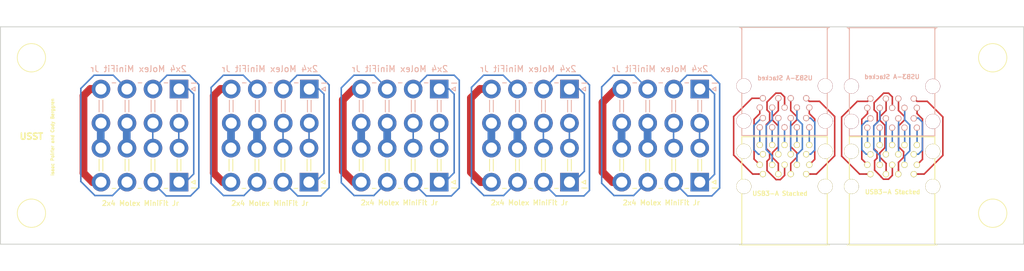
<source format=kicad_pcb>
(kicad_pcb (version 20221018) (generator pcbnew)
  (layers (0 "F.Cu" signal) (31 "B.Cu" signal) (34 "B.Paste" user) (35 "F.Paste" user) (36 "B.SilkS" user "B.Silkscreen") (37 "F.SilkS" user "F.Silkscreen") (38 "B.Mask" user) (39 "F.Mask" user) (44 "Edge.Cuts" user))
  (net 0 "")
  (net 1 "Net-(P1-Pad1)")
  (net 2 "Net-(P1-Pad2)")
  (net 3 "Net-(P1-Pad3)")
  (net 4 "Net-(P1-Pad4)")
  (net 5 "Net-(P1-Pad5)")
  (net 6 "Net-(P1-Pad6)")
  (net 7 "Net-(P1-Pad7)")
  (net 8 "Net-(P1-Pad8)")
  (net 9 "Net-(P3-Pad1)")
  (net 10 "Net-(P3-Pad2)")
  (net 11 "Net-(P3-Pad3)")
  (net 12 "Net-(P3-Pad4)")
  (net 13 "Net-(P3-Pad5)")
  (net 14 "Net-(P3-Pad6)")
  (net 15 "Net-(P3-Pad7)")
  (net 16 "Net-(P3-Pad8)")
  (net 17 "Net-(P10-Pad1)")
  (net 18 "Net-(P10-Pad2)")
  (net 19 "Net-(P10-Pad3)")
  (net 20 "Net-(P10-Pad4)")
  (net 21 "Net-(P10-Pad5)")
  (net 22 "Net-(P10-Pad6)")
  (net 23 "Net-(P10-Pad7)")
  (net 24 "Net-(P10-Pad8)")
  (net 25 "Net-(J1-Pad4)")
  (net 26 "Net-(J1-Pad1)")
  (net 27 "Net-(J1-Pad2)")
  (net 28 "Net-(J1-Pad3)")
  (net 29 "Net-(J1-Pad5)")
  (net 30 "Net-(J1-Pad6)")
  (net 31 "Net-(J1-Pad7)")
  (net 32 "Net-(J1-Pad8)")
  (net 33 "Net-(J1-Pad9)")
  (net 34 "Net-(J1-Pad10)")
  (net 35 "Net-(J1-Pad11)")
  (net 36 "Net-(J1-Pad12)")
  (net 37 "Net-(J1-Pad13)")
  (net 38 "Net-(J1-Pad14)")
  (net 39 "Net-(J1-Pad15)")
  (net 40 "Net-(J1-Pad16)")
  (net 41 "Net-(J1-Pad17)")
  (net 42 "Net-(J1-Pad18)")
  (net 43 "Net-(J3-Pad4)")
  (net 44 "Net-(J3-Pad1)")
  (net 45 "Net-(J3-Pad2)")
  (net 46 "Net-(J3-Pad3)")
  (net 47 "Net-(J3-Pad5)")
  (net 48 "Net-(J3-Pad6)")
  (net 49 "Net-(J3-Pad7)")
  (net 50 "Net-(J3-Pad8)")
  (net 51 "Net-(J3-Pad9)")
  (net 52 "Net-(J3-Pad10)")
  (net 53 "Net-(J3-Pad11)")
  (net 54 "Net-(J3-Pad12)")
  (net 55 "Net-(J3-Pad13)")
  (net 56 "Net-(J3-Pad14)")
  (net 57 "Net-(J3-Pad15)")
  (net 58 "Net-(J3-Pad16)")
  (net 59 "Net-(J3-Pad17)")
  (net 60 "Net-(J3-Pad18)")
  (net 61 "Net-(P5-Pad1)")
  (net 62 "Net-(P5-Pad2)")
  (net 63 "Net-(P5-Pad3)")
  (net 64 "Net-(P5-Pad4)")
  (net 65 "Net-(P5-Pad5)")
  (net 66 "Net-(P5-Pad6)")
  (net 67 "Net-(P5-Pad7)")
  (net 68 "Net-(P5-Pad8)")
  (net 69 "Net-(P7-Pad1)")
  (net 70 "Net-(P7-Pad2)")
  (net 71 "Net-(P7-Pad3)")
  (net 72 "Net-(P7-Pad4)")
  (net 73 "Net-(P7-Pad5)")
  (net 74 "Net-(P7-Pad6)")
  (net 75 "Net-(P7-Pad7)")
  (net 76 "Net-(P7-Pad8)")
  (footprint "Connect:1pin" (layer "F.Cu") (at 225.2 115.3)
    (fp_text reference "REF**" hide)
    (fp_text value "1pin")
  )
  (footprint "Connect:1pin" (layer "F.Cu") (at 225.2 90.2)
    (fp_text reference "REF**" hide)
    (fp_text value "1pin" hide)
  )
  (footprint "Connect:1pin" (layer "F.Cu") (at 70 115.3)
    (fp_text reference "REF**" hide)
    (fp_text value "1pin")
  )
  (footprint "Connect:1pin" (layer "F.Cu") (at 70 90.2)
    (fp_text reference "REF**" hide)
    (fp_text value "1pin")
  )
  (footprint "USST-footprints:USB-A_3.0_Stacked_WM10420-ND" (layer "F.Cu") (at 208.3872 106.4853 90)
    (fp_text reference "USB3-A Stacked")
    (fp_text value "Conn_02x09_Odd_Even")
  )
  (footprint "USST-footprints:USB-A_3.0_Stacked_WM10420-ND" (layer "F.Cu") (at 191.0207 106.4768 90)
    (fp_text reference "USB3-A Stacked")
    (fp_text value "Conn_02x09_Odd_Even")
  )
  (footprint "USST-footprints:Molex_MiniFit-JR-5569-08A2_2x04x4.20mm_Angled_Overhang" (layer "F.Cu") (at 93.8276 110.2868 180)
    (fp_text reference "2x4 Molex MiniFit Jr")
    (fp_text value "CONN_02X04")
  )
  (footprint "USST-footprints:Molex_MiniFit-JR-5569-08A2_2x04x4.20mm_Angled_Overhang" (layer "F.Cu") (at 114.808 110.2868 180)
    (fp_text reference "2x4 Molex MiniFit Jr")
    (fp_text value "CONN_02X04")
  )
  (footprint "USST-footprints:Molex_MiniFit-JR-5569-08A2_2x04x4.20mm_Angled_Overhang" (layer "F.Cu") (at 135.8392 110.2868 180)
    (fp_text reference "2x4 Molex MiniFit Jr")
    (fp_text value "CONN_02X04")
  )
  (footprint "USST-footprints:Molex_MiniFit-JR-5569-08A2_2x04x4.20mm_Angled_Overhang" (layer "F.Cu") (at 156.8704 110.2868 180)
    (fp_text reference "2x4 Molex MiniFit Jr")
    (fp_text value "CONN_02X04")
  )
  (footprint "USST-footprints:Molex_MiniFit-JR-5569-08A2_2x04x4.20mm_Angled_Overhang" (layer "F.Cu") (at 177.9016 110.2868 180)
    (fp_text reference "2x4 Molex MiniFit Jr")
    (fp_text value "CONN_02X04")
  )
  (footprint "USST-footprints:USB-A_3.0_Stacked_WM10420-ND" (layer "B.Cu") (at 208.3872 99.2928 -90)
    (fp_text reference "USB3-A Stacked")
    (fp_text value "Conn_02x09_Odd_Even")
  )
  (footprint "USST-footprints:USB-A_3.0_Stacked_WM10420-ND" (layer "B.Cu") (at 191.0207 99.2378 -90)
    (fp_text reference "USB3-A Stacked")
    (fp_text value "Conn_02x09_Odd_Even")
  )
  (footprint "USST-footprints:Molex_MiniFit-JR-5569-08A2_2x04x4.20mm_Angled_Overhang" (layer "B.Cu") (at 93.8276 95.25 180)
    (fp_text reference "2x4 Molex MiniFit Jr")
    (fp_text value "CONN_02X04")
  )
  (footprint "USST-footprints:Molex_MiniFit-JR-5569-08A2_2x04x4.20mm_Angled_Overhang" (layer "B.Cu") (at 114.8588 95.25 180)
    (fp_text reference "2x4 Molex MiniFit Jr")
    (fp_text value "CONN_02X04")
  )
  (footprint "USST-footprints:Molex_MiniFit-JR-5569-08A2_2x04x4.20mm_Angled_Overhang" (layer "B.Cu") (at 135.8392 95.25 180)
    (fp_text reference "2x4 Molex MiniFit Jr")
    (fp_text value "CONN_02X04")
  )
  (footprint "USST-footprints:Molex_MiniFit-JR-5569-08A2_2x04x4.20mm_Angled_Overhang" (layer "B.Cu") (at 156.8704 95.25 180)
    (fp_text reference "2x4 Molex MiniFit Jr")
    (fp_text value "CONN_02X04")
  )
  (footprint "USST-footprints:Molex_MiniFit-JR-5569-08A2_2x04x4.20mm_Angled_Overhang" (layer "B.Cu") (at 177.9016 95.25 180)
    (fp_text reference "2x4 Molex MiniFit Jr")
    (fp_text value "CONN_02X04")
  )
  (gr_line (start 65 120.3) (end 230.2 120.3) (stroke (width 0.15)) (layer "Edge.Cuts"))
  (gr_line (start 230.2 85.2) (end 65 85.2) (stroke (width 0.15)) (layer "Edge.Cuts"))
  (gr_line (start 230.2 120.3) (end 230.2 85.2) (stroke (width 0.15)) (layer "Edge.Cuts"))
  (gr_line (start 65 85.2) (end 65 120.3) (stroke (width 0.15)) (layer "Edge.Cuts"))
  (gr_text "Isaac Poirier and Cody Berggren" (at 73.4 103 90) (layer "F.SilkS") (effects (font (size 0.5 0.5) (thickness 0.125))))
  (gr_text "USST" (at 70 102.9) (layer "F.SilkS") (effects (font (size 1 1) (thickness 0.25))))
  (segment (start 96.2025 96.0628) (end 95.377 95.2373) (width 0.25) (layer "B.Cu") (net 1))
  (segment (start 96.2025 108.954849) (end 96.2025 96.0628) (width 0.25) (layer "B.Cu") (net 1))
  (segment (start 94.870549 110.2868) (end 96.2025 108.954849) (width 0.25) (layer "B.Cu") (net 1))
  (segment (start 95.377 95.2373) (end 93.7895 95.2373) (width 0.25) (layer "B.Cu") (net 1))
  (segment (start 93.7895 110.2868) (end 94.870549 110.2868) (width 0.25) (layer "B.Cu") (net 1))
  (segment (start 89.5895 110.2868) (end 89.5895 110.352953) (width 0.25) (layer "B.Cu") (net 2))
  (segment (start 97.028 94.530115) (end 95.512685 93.0148) (width 0.25) (layer "B.Cu") (net 2))
  (segment (start 95.512685 93.0148) (end 91.900058 93.0148) (width 0.25) (layer "B.Cu") (net 2))
  (segment (start 89.5895 110.352953) (end 91.745847 112.5093) (width 0.25) (layer "B.Cu") (net 2))
  (segment (start 95.683938 112.5093) (end 97.028 111.165238) (width 0.25) (layer "B.Cu") (net 2))
  (segment (start 97.028 111.165238) (end 97.028 94.530115) (width 0.25) (layer "B.Cu") (net 2))
  (segment (start 89.677558 95.2373) (end 89.5895 95.2373) (width 0.25) (layer "B.Cu") (net 2))
  (segment (start 91.900058 93.0148) (end 89.677558 95.2373) (width 0.25) (layer "B.Cu") (net 2))
  (segment (start 91.745847 112.5093) (end 95.683938 112.5093) (width 0.25) (layer "B.Cu") (net 2))
  (segment (start 80.118106 93.0148) (end 83.200795 93.0148) (width 0.25) (layer "B.Cu") (net 3))
  (segment (start 85.3895 110.2868) (end 85.241089 110.2868) (width 0.25) (layer "B.Cu") (net 3))
  (segment (start 77.978 95.154906) (end 80.118106 93.0148) (width 0.25) (layer "B.Cu") (net 3))
  (segment (start 83.082089 112.4458) (end 80.250329 112.4458) (width 0.25) (layer "B.Cu") (net 3))
  (segment (start 83.200795 93.0148) (end 85.3895 95.203505) (width 0.25) (layer "B.Cu") (net 3))
  (segment (start 77.978 110.173471) (end 77.978 95.154906) (width 0.25) (layer "B.Cu") (net 3))
  (segment (start 85.3895 95.203505) (end 85.3895 95.2373) (width 0.25) (layer "B.Cu") (net 3))
  (segment (start 85.241089 110.2868) (end 83.082089 112.4458) (width 0.25) (layer "B.Cu") (net 3))
  (segment (start 80.250329 112.4458) (end 77.978 110.173471) (width 0.25) (layer "B.Cu") (net 3))
  (segment (start 79.502 95.2373) (end 81.1895 95.2373) (width 1.25) (layer "F.Cu") (net 4))
  (segment (start 79.883 110.2868) (end 78.405656 108.809456) (width 1.25) (layer "F.Cu") (net 4))
  (segment (start 78.405656 96.333644) (end 79.502 95.2373) (width 1.25) (layer "F.Cu") (net 4))
  (segment (start 78.405656 108.809456) (end 78.405656 96.333644) (width 1.25) (layer "F.Cu") (net 4))
  (segment (start 81.1895 110.2868) (end 79.883 110.2868) (width 1.25) (layer "F.Cu") (net 4))
  (segment (start 93.7895 100.7373) (end 93.7895 104.7868) (width 0.25) (layer "B.Cu") (net 5))
  (segment (start 89.5895 100.7373) (end 89.5895 104.7868) (width 0.25) (layer "B.Cu") (net 6))
  (segment (start 85.3895 100.7373) (end 85.3895 104.7868) (width 1.25) (layer "B.Cu") (net 7))
  (segment (start 81.1895 100.7373) (end 81.1895 104.7868) (width 1.25) (layer "B.Cu") (net 8))
  (segment (start 114.8207 110.2868) (end 115.793459 110.2868) (width 0.25) (layer "B.Cu") (net 9))
  (segment (start 116.4082 95.2373) (end 114.8207 95.2373) (width 0.25) (layer "B.Cu") (net 9))
  (segment (start 117.2337 108.846559) (end 117.2337 96.0628) (width 0.25) (layer "B.Cu") (net 9))
  (segment (start 115.793459 110.2868) (end 117.2337 108.846559) (width 0.25) (layer "B.Cu") (net 9))
  (segment (start 117.2337 96.0628) (end 116.4082 95.2373) (width 0.25) (layer "B.Cu") (net 9))
  (segment (start 110.6207 110.2868) (end 110.764374 110.2868) (width 0.25) (layer "B.Cu") (net 10))
  (segment (start 118.0592 111.188624) (end 118.0592 94.572988) (width 0.25) (layer "B.Cu") (net 10))
  (segment (start 116.501012 93.0148) (end 112.908242 93.0148) (width 0.25) (layer "B.Cu") (net 10))
  (segment (start 116.738524 112.5093) (end 118.0592 111.188624) (width 0.25) (layer "B.Cu") (net 10))
  (segment (start 110.764374 110.2868) (end 112.986874 112.5093) (width 0.25) (layer "B.Cu") (net 10))
  (segment (start 112.986874 112.5093) (end 116.738524 112.5093) (width 0.25) (layer "B.Cu") (net 10))
  (segment (start 118.0592 94.572988) (end 116.501012 93.0148) (width 0.25) (layer "B.Cu") (net 10))
  (segment (start 110.685742 95.2373) (end 110.6207 95.2373) (width 0.25) (layer "B.Cu") (net 10))
  (segment (start 112.908242 93.0148) (end 110.685742 95.2373) (width 0.25) (layer "B.Cu") (net 10))
  (segment (start 106.416251 95.2373) (end 106.4207 95.2373) (width 0.25) (layer "B.Cu") (net 11))
  (segment (start 101.008733 112.4458) (end 99.0092 110.446267) (width 0.25) (layer "B.Cu") (net 11))
  (segment (start 104.193751 93.0148) (end 106.416251 95.2373) (width 0.25) (layer "B.Cu") (net 11))
  (segment (start 104.308028 112.4458) (end 101.008733 112.4458) (width 0.25) (layer "B.Cu") (net 11))
  (segment (start 99.0092 95.001296) (end 100.995696 93.0148) (width 0.25) (layer "B.Cu") (net 11))
  (segment (start 106.4207 110.333128) (end 104.308028 112.4458) (width 0.25) (layer "B.Cu") (net 11))
  (segment (start 100.995696 93.0148) (end 104.193751 93.0148) (width 0.25) (layer "B.Cu") (net 11))
  (segment (start 106.4207 110.2868) (end 106.4207 110.333128) (width 0.25) (layer "B.Cu") (net 11))
  (segment (start 99.0092 110.446267) (end 99.0092 95.001296) (width 0.25) (layer "B.Cu") (net 11))
  (segment (start 100.9142 110.2868) (end 99.436856 108.809456) (width 1.25) (layer "F.Cu") (net 12))
  (segment (start 102.2207 110.2868) (end 100.9142 110.2868) (width 1.25) (layer "F.Cu") (net 12))
  (segment (start 99.436856 96.333644) (end 100.5332 95.2373) (width 1.25) (layer "F.Cu") (net 12))
  (segment (start 99.436856 108.809456) (end 99.436856 96.333644) (width 1.25) (layer "F.Cu") (net 12))
  (segment (start 100.5332 95.2373) (end 102.2207 95.2373) (width 1.25) (layer "F.Cu") (net 12))
  (segment (start 114.8207 100.7373) (end 114.8207 104.7868) (width 0.25) (layer "B.Cu") (net 13))
  (segment (start 110.6207 100.7373) (end 110.6207 104.7868) (width 0.25) (layer "B.Cu") (net 14))
  (segment (start 106.4207 100.7373) (end 106.4207 104.7868) (width 1.25) (layer "B.Cu") (net 15))
  (segment (start 102.2207 100.7373) (end 102.2207 104.7868) (width 1.25) (layer "B.Cu") (net 16))
  (segment (start 177.8762 110.2868) (end 179.023298 110.2868) (width 0.25) (layer "B.Cu") (net 17))
  (segment (start 180.2892 109.020898) (end 180.2892 96.0628) (width 0.25) (layer "B.Cu") (net 17))
  (segment (start 179.023298 110.2868) (end 180.2892 109.020898) (width 0.25) (layer "B.Cu") (net 17))
  (segment (start 179.4637 95.2373) (end 177.8762 95.2373) (width 0.25) (layer "B.Cu") (net 17))
  (segment (start 180.2892 96.0628) (end 179.4637 95.2373) (width 0.25) (layer "B.Cu") (net 17))
  (segment (start 179.737225 93.0148) (end 175.858867 93.0148) (width 0.25) (layer "B.Cu") (net 18))
  (segment (start 175.95514 112.5093) (end 179.854076 112.5093) (width 0.25) (layer "B.Cu") (net 18))
  (segment (start 181.1147 94.392275) (end 179.737225 93.0148) (width 0.25) (layer "B.Cu") (net 18))
  (segment (start 173.73264 110.2868) (end 175.95514 112.5093) (width 0.25) (layer "B.Cu") (net 18))
  (segment (start 173.6762 95.197467) (end 173.6762 95.2373) (width 0.25) (layer "B.Cu") (net 18))
  (segment (start 179.854076 112.5093) (end 181.1147 111.248676) (width 0.25) (layer "B.Cu") (net 18))
  (segment (start 175.858867 93.0148) (end 173.6762 95.197467) (width 0.25) (layer "B.Cu") (net 18))
  (segment (start 181.1147 111.248676) (end 181.1147 94.392275) (width 0.25) (layer "B.Cu") (net 18))
  (segment (start 173.6762 110.2868) (end 173.73264 110.2868) (width 0.25) (layer "B.Cu") (net 18))
  (segment (start 169.4762 95.170145) (end 169.4762 95.2373) (width 0.25) (layer "B.Cu") (net 19))
  (segment (start 164.064205 112.4458) (end 162.0647 110.446295) (width 0.25) (layer "B.Cu") (net 19))
  (segment (start 163.966635 93.0148) (end 167.320855 93.0148) (width 0.25) (layer "B.Cu") (net 19))
  (segment (start 169.4762 110.2868) (end 169.381367 110.2868) (width 0.25) (layer "B.Cu") (net 19))
  (segment (start 167.222367 112.4458) (end 164.064205 112.4458) (width 0.25) (layer "B.Cu") (net 19))
  (segment (start 169.381367 110.2868) (end 167.222367 112.4458) (width 0.25) (layer "B.Cu") (net 19))
  (segment (start 167.320855 93.0148) (end 169.4762 95.170145) (width 0.25) (layer "B.Cu") (net 19))
  (segment (start 162.0647 94.916735) (end 163.966635 93.0148) (width 0.25) (layer "B.Cu") (net 19))
  (segment (start 162.0647 110.446295) (end 162.0647 94.916735) (width 0.25) (layer "B.Cu") (net 19))
  (segment (start 163.84016 110.2868) (end 162.2044 108.65104) (width 1.25) (layer "F.Cu") (net 20))
  (segment (start 162.2044 97.41408) (end 164.38118 95.2373) (width 1.25) (layer "F.Cu") (net 20))
  (segment (start 164.38118 95.2373) (end 165.3397 95.2373) (width 1) (layer "F.Cu") (net 20))
  (segment (start 162.2044 108.65104) (end 162.2044 97.41408) (width 1.25) (layer "F.Cu") (net 20))
  (segment (start 165.3397 110.2868) (end 163.84016 110.2868) (width 1.25) (layer "F.Cu") (net 20))
  (segment (start 177.8762 100.7373) (end 177.8762 104.7868) (width 0.25) (layer "B.Cu") (net 21))
  (segment (start 173.6762 100.7373) (end 173.6762 104.7868) (width 0.25) (layer "B.Cu") (net 22))
  (segment (start 169.4762 100.7373) (end 169.4762 104.7868) (width 1.25) (layer "B.Cu") (net 23))
  (segment (start 165.2762 100.7373) (end 165.2762 104.7868) (width 1.25) (layer "B.Cu") (net 24))
  (segment (start 213.196806 108.9768) (end 212.4897 108.9768) (width 0.25) (layer "F.Cu") (net 25))
  (segment (start 212.4897 96.7378) (end 212.989699 97.237799) (width 0.25) (layer "F.Cu") (net 25))
  (segment (start 212.989699 97.237799) (end 214.636701 97.237799) (width 0.25) (layer "F.Cu") (net 25))
  (segment (start 214.136702 108.9768) (end 213.196806 108.9768) (width 0.25) (layer "F.Cu") (net 25))
  (segment (start 214.636701 97.237799) (end 217.154116 99.755214) (width 0.25) (layer "F.Cu") (net 25))
  (segment (start 217.154116 99.755214) (end 217.154116 105.959386) (width 0.25) (layer "F.Cu") (net 25))
  (segment (start 217.154116 105.959386) (end 214.136702 108.9768) (width 0.25) (layer "F.Cu") (net 25))
  (segment (start 203.708197 108.9768) (end 204.782594 108.9768) (width 0.25) (layer "F.Cu") (net 26))
  (segment (start 200.807577 99.772921) (end 200.807577 106.07618) (width 0.25) (layer "F.Cu") (net 26))
  (segment (start 200.807577 106.07618) (end 203.708197 108.9768) (width 0.25) (layer "F.Cu") (net 26))
  (segment (start 204.989701 97.237799) (end 203.342699 97.237799) (width 0.25) (layer "F.Cu") (net 26))
  (segment (start 204.782594 108.9768) (end 205.4897 108.9768) (width 0.25) (layer "F.Cu") (net 26))
  (segment (start 205.4897 96.7378) (end 204.989701 97.237799) (width 0.25) (layer "F.Cu") (net 26))
  (segment (start 203.342699 97.237799) (end 200.807577 99.772921) (width 0.25) (layer "F.Cu") (net 26))
  (segment (start 207.798472 104.714568) (end 207.802701 104.718797) (width 0.25) (layer "F.Cu") (net 27))
  (segment (start 207.802701 104.718797) (end 206.969247 105.552251) (width 0.25) (layer "F.Cu") (net 27))
  (segment (start 207.9897 108.269694) (end 207.9897 108.9768) (width 0.25) (layer "F.Cu") (net 27))
  (segment (start 207.9897 107.255798) (end 207.9897 108.269694) (width 0.25) (layer "F.Cu") (net 27))
  (segment (start 207.024529 100.330355) (end 207.798472 101.104298) (width 0.25) (layer "F.Cu") (net 27))
  (segment (start 207.9897 98.716798) (end 207.024529 99.681969) (width 0.25) (layer "F.Cu") (net 27))
  (segment (start 206.969247 105.552251) (end 206.969247 106.235345) (width 0.25) (layer "F.Cu") (net 27))
  (segment (start 207.9897 96.7378) (end 207.9897 98.716798) (width 0.25) (layer "F.Cu") (net 27))
  (segment (start 207.024529 99.681969) (end 207.024529 100.330355) (width 0.25) (layer "F.Cu") (net 27))
  (segment (start 206.969247 106.235345) (end 207.9897 107.255798) (width 0.25) (layer "F.Cu") (net 27))
  (segment (start 207.798472 101.104298) (end 207.798472 104.714568) (width 0.25) (layer "F.Cu") (net 27))
  (segment (start 210.974274 100.232224) (end 210.005537 101.200961) (width 0.25) (layer "F.Cu") (net 28))
  (segment (start 209.9897 98.716798) (end 210.974274 99.701372) (width 0.25) (layer "F.Cu") (net 28))
  (segment (start 209.9897 107.097242) (end 209.9897 108.269694) (width 0.25) (layer "F.Cu") (net 28))
  (segment (start 210.005537 104.571635) (end 210.814701 105.380799) (width 0.25) (layer "F.Cu") (net 28))
  (segment (start 210.974274 99.701372) (end 210.974274 100.232224) (width 0.25) (layer "F.Cu") (net 28))
  (segment (start 209.9897 96.7378) (end 209.9897 98.716798) (width 0.25) (layer "F.Cu") (net 28))
  (segment (start 210.814701 106.272241) (end 209.9897 107.097242) (width 0.25) (layer "F.Cu") (net 28))
  (segment (start 209.9897 108.269694) (end 209.9897 108.9768) (width 0.25) (layer "F.Cu") (net 28))
  (segment (start 210.814701 105.380799) (end 210.814701 106.272241) (width 0.25) (layer "F.Cu") (net 28))
  (segment (start 210.005537 101.200961) (end 210.005537 104.571635) (width 0.25) (layer "F.Cu") (net 28))
  (segment (start 213.489699 106.976801) (end 212.9897 107.4768) (width 0.25) (layer "F.Cu") (net 29))
  (segment (start 212.9897 99.216798) (end 213.860357 100.087455) (width 0.25) (layer "F.Cu") (net 29))
  (segment (start 213.860357 100.087455) (end 213.860357 106.606143) (width 0.25) (layer "F.Cu") (net 29))
  (segment (start 213.860357 106.606143) (end 213.489699 106.976801) (width 0.25) (layer "F.Cu") (net 29))
  (segment (start 212.9897 98.2378) (end 212.9897 99.216798) (width 0.25) (layer "F.Cu") (net 29))
  (segment (start 210.9897 98.2378) (end 210.9897 100.216798) (width 0.25) (layer "B.Cu") (net 30))
  (segment (start 210.9897 100.216798) (end 211.814701 101.041799) (width 0.25) (layer "B.Cu") (net 30))
  (segment (start 211.814701 101.041799) (end 211.814701 105.230797) (width 0.25) (layer "B.Cu") (net 30))
  (segment (start 211.814701 105.230797) (end 210.9897 106.055798) (width 0.25) (layer "B.Cu") (net 30))
  (segment (start 210.9897 106.055798) (end 210.9897 106.769694) (width 0.25) (layer "B.Cu") (net 30))
  (segment (start 210.9897 106.769694) (end 210.9897 107.4768) (width 0.25) (layer "B.Cu") (net 30))
  (segment (start 206.519236 106.421745) (end 206.519236 105.370408) (width 0.25) (layer "F.Cu") (net 31))
  (segment (start 208.361701 109.801801) (end 208.353201 109.810301) (width 0.25) (layer "F.Cu") (net 31))
  (segment (start 207.561199 109.810301) (end 207.132199 109.381301) (width 0.25) (layer "F.Cu") (net 31))
  (segment (start 206.132199 108.340301) (end 206.132199 106.808782) (width 0.25) (layer "F.Cu") (net 31))
  (segment (start 208.9997 107.4768) (end 208.9997 109.187802) (width 0.25) (layer "F.Cu") (net 31))
  (segment (start 206.057099 97.449399) (end 207.593699 95.912799) (width 0.25) (layer "F.Cu") (net 31))
  (segment (start 208.9997 97.530694) (end 208.9997 98.2378) (width 0.25) (layer "F.Cu") (net 31))
  (segment (start 206.561199 99.117801) (end 206.057099 98.613701) (width 0.25) (layer "F.Cu") (net 31))
  (segment (start 207.593699 95.912799) (end 208.385701 95.912799) (width 0.25) (layer "F.Cu") (net 31))
  (segment (start 208.385701 95.912799) (end 208.9997 96.526798) (width 0.25) (layer "F.Cu") (net 31))
  (segment (start 206.057099 98.613701) (end 206.057099 97.449399) (width 0.25) (layer "F.Cu") (net 31))
  (segment (start 208.385701 109.801801) (end 208.361701 109.801801) (width 0.25) (layer "F.Cu") (net 31))
  (segment (start 206.132199 106.808782) (end 206.519236 106.421745) (width 0.25) (layer "F.Cu") (net 31))
  (segment (start 205.995675 101.210823) (end 206.561199 100.645299) (width 0.25) (layer "F.Cu") (net 31))
  (segment (start 206.519236 105.370408) (end 205.995675 104.846847) (width 0.25) (layer "F.Cu") (net 31))
  (segment (start 207.132199 109.340301) (end 206.132199 108.340301) (width 0.25) (layer "F.Cu") (net 31))
  (segment (start 208.9997 109.187802) (end 208.385701 109.801801) (width 0.25) (layer "F.Cu") (net 31))
  (segment (start 207.132199 109.381301) (end 207.132199 109.340301) (width 0.25) (layer "F.Cu") (net 31))
  (segment (start 208.353201 109.810301) (end 207.561199 109.810301) (width 0.25) (layer "F.Cu") (net 31))
  (segment (start 205.995675 104.846847) (end 205.995675 101.210823) (width 0.25) (layer "F.Cu") (net 31))
  (segment (start 206.561199 100.645299) (end 206.561199 99.117801) (width 0.25) (layer "F.Cu") (net 31))
  (segment (start 208.9997 96.526798) (end 208.9997 97.530694) (width 0.25) (layer "F.Cu") (net 31))
  (segment (start 205.996077 101.210421) (end 205.996077 105.004179) (width 0.25) (layer "B.Cu") (net 32))
  (segment (start 205.996077 105.004179) (end 206.9897 105.997802) (width 0.25) (layer "B.Cu") (net 32))
  (segment (start 206.9897 105.997802) (end 206.9897 106.769694) (width 0.25) (layer "B.Cu") (net 32))
  (segment (start 206.9897 106.769694) (end 206.9897 107.4768) (width 0.25) (layer "B.Cu") (net 32))
  (segment (start 206.9897 100.216798) (end 205.996077 101.210421) (width 0.25) (layer "B.Cu") (net 32))
  (segment (start 206.9897 98.2378) (end 206.9897 100.216798) (width 0.25) (layer "B.Cu") (net 32))
  (segment (start 204.063888 100.14261) (end 204.063888 106.550988) (width 0.25) (layer "F.Cu") (net 33))
  (segment (start 204.489701 106.976801) (end 204.9897 107.4768) (width 0.25) (layer "F.Cu") (net 33))
  (segment (start 204.9897 99.216798) (end 204.063888 100.14261) (width 0.25) (layer "F.Cu") (net 33))
  (segment (start 204.9897 98.2378) (end 204.9897 99.216798) (width 0.25) (layer "F.Cu") (net 33))
  (segment (start 204.063888 106.550988) (end 204.489701 106.976801) (width 0.25) (layer "F.Cu") (net 33))
  (segment (start 205.4897 99.9378) (end 204.989701 100.437799) (width 0.25) (layer "B.Cu") (net 34))
  (segment (start 204.063888 105.058094) (end 204.782594 105.7768) (width 0.25) (layer "B.Cu") (net 34))
  (segment (start 204.768699 100.437799) (end 204.063888 101.14261) (width 0.25) (layer "B.Cu") (net 34))
  (segment (start 204.063888 101.14261) (end 204.063888 105.058094) (width 0.25) (layer "B.Cu") (net 34))
  (segment (start 204.782594 105.7768) (end 205.4897 105.7768) (width 0.25) (layer "B.Cu") (net 34))
  (segment (start 204.989701 100.437799) (end 204.768699 100.437799) (width 0.25) (layer "B.Cu") (net 34))
  (segment (start 207.9897 99.9378) (end 207.9897 105.7768) (width 0.25) (layer "B.Cu") (net 35))
  (segment (start 210.00877 99.95687) (end 210.00877 105.75773) (width 0.25) (layer "B.Cu") (net 36))
  (segment (start 209.9897 99.9378) (end 210.00877 99.95687) (width 0.25) (layer "B.Cu") (net 36))
  (segment (start 210.00877 105.75773) (end 209.9897 105.7768) (width 0.25) (layer "B.Cu") (net 36))
  (segment (start 213.848778 105.124828) (end 213.196806 105.7768) (width 0.25) (layer "B.Cu") (net 37))
  (segment (start 213.196806 99.9378) (end 213.848778 100.589772) (width 0.25) (layer "B.Cu") (net 37))
  (segment (start 212.4897 99.9378) (end 213.196806 99.9378) (width 0.25) (layer "B.Cu") (net 37))
  (segment (start 213.196806 105.7768) (end 212.4897 105.7768) (width 0.25) (layer "B.Cu") (net 37))
  (segment (start 213.848778 100.589772) (end 213.848778 105.124828) (width 0.25) (layer "B.Cu") (net 37))
  (segment (start 212.9897 101.4378) (end 212.9897 104.2768) (width 0.25) (layer "B.Cu") (net 38))
  (segment (start 210.9897 101.4378) (end 210.9897 104.2768) (width 0.25) (layer "B.Cu") (net 39))
  (segment (start 208.9897 101.4378) (end 208.9897 104.2768) (width 0.25) (layer "B.Cu") (net 40))
  (segment (start 206.9897 101.4378) (end 206.9897 104.2768) (width 0.25) (layer "B.Cu") (net 41))
  (segment (start 204.9897 101.4378) (end 204.9897 104.2768) (width 0.25) (layer "B.Cu") (net 42))
  (segment (start 196.737702 108.9768) (end 195.797806 108.9768) (width 0.25) (layer "F.Cu") (net 43))
  (segment (start 195.0907 96.7378) (end 195.590699 97.237799) (width 0.25) (layer "F.Cu") (net 43))
  (segment (start 195.590699 97.237799) (end 197.237701 97.237799) (width 0.25) (layer "F.Cu") (net 43))
  (segment (start 197.237701 97.237799) (end 199.685701 99.685799) (width 0.25) (layer "F.Cu") (net 43))
  (segment (start 199.685701 99.685799) (end 199.685701 106.028801) (width 0.25) (layer "F.Cu") (net 43))
  (segment (start 199.685701 106.028801) (end 196.737702 108.9768) (width 0.25) (layer "F.Cu") (net 43))
  (segment (start 195.797806 108.9768) (end 195.0907 108.9768) (width 0.25) (layer "F.Cu") (net 43))
  (segment (start 183.375045 99.694102) (end 183.375045 105.908147) (width 0.25) (layer "F.Cu") (net 44))
  (segment (start 188.0907 96.7378) (end 188.08357 96.74493) (width 0.25) (layer "F.Cu") (net 44))
  (segment (start 186.443698 108.9768) (end 187.383594 108.9768) (width 0.25) (layer "F.Cu") (net 44))
  (segment (start 187.383594 108.9768) (end 188.0907 108.9768) (width 0.25) (layer "F.Cu") (net 44))
  (segment (start 183.375045 105.908147) (end 186.443698 108.9768) (width 0.25) (layer "F.Cu") (net 44))
  (segment (start 188.08357 96.74493) (end 186.324217 96.74493) (width 0.25) (layer "F.Cu") (net 44))
  (segment (start 186.324217 96.74493) (end 183.375045 99.694102) (width 0.25) (layer "F.Cu") (net 44))
  (segment (start 190.5907 96.7378) (end 190.5907 98.716798) (width 0.25) (layer "F.Cu") (net 45))
  (segment (start 189.631524 105.514974) (end 189.631524 106.296622) (width 0.25) (layer "F.Cu") (net 45))
  (segment (start 190.578549 104.567949) (end 189.631524 105.514974) (width 0.25) (layer "F.Cu") (net 45))
  (segment (start 190.5907 108.269694) (end 190.5907 108.9768) (width 0.25) (layer "F.Cu") (net 45))
  (segment (start 190.5907 107.255798) (end 190.5907 108.269694) (width 0.25) (layer "F.Cu") (net 45))
  (segment (start 190.5907 98.716798) (end 189.637634 99.669864) (width 0.25) (layer "F.Cu") (net 45))
  (segment (start 189.631524 106.296622) (end 190.5907 107.255798) (width 0.25) (layer "F.Cu") (net 45))
  (segment (start 189.637634 100.263732) (end 190.578549 101.204647) (width 0.25) (layer "F.Cu") (net 45))
  (segment (start 189.637634 99.669864) (end 189.637634 100.263732) (width 0.25) (layer "F.Cu") (net 45))
  (segment (start 190.578549 101.204647) (end 190.578549 104.567949) (width 0.25) (layer "F.Cu") (net 45))
  (segment (start 193.590702 105.5558) (end 193.590702 106.255796) (width 0.25) (layer "F.Cu") (net 46))
  (segment (start 192.5907 108.269694) (end 192.5907 108.9768) (width 0.25) (layer "F.Cu") (net 46))
  (segment (start 192.5907 107.255798) (end 192.5907 108.269694) (width 0.25) (layer "F.Cu") (net 46))
  (segment (start 193.590702 106.255796) (end 192.5907 107.255798) (width 0.25) (layer "F.Cu") (net 46))
  (segment (start 192.5907 98.716798) (end 193.560153 99.686251) (width 0.25) (layer "F.Cu") (net 46))
  (segment (start 192.576468 101.23103) (end 192.576468 104.541566) (width 0.25) (layer "F.Cu") (net 46))
  (segment (start 192.5907 96.7378) (end 192.5907 98.716798) (width 0.25) (layer "F.Cu") (net 46))
  (segment (start 192.576468 104.541566) (end 193.590702 105.5558) (width 0.25) (layer "F.Cu") (net 46))
  (segment (start 193.560153 100.247345) (end 192.576468 101.23103) (width 0.25) (layer "F.Cu") (net 46))
  (segment (start 193.560153 99.686251) (end 193.560153 100.247345) (width 0.25) (layer "F.Cu") (net 46))
  (segment (start 196.468438 100.094536) (end 196.468438 106.599062) (width 0.25) (layer "F.Cu") (net 47))
  (segment (start 196.468438 106.599062) (end 196.090699 106.976801) (width 0.25) (layer "F.Cu") (net 47))
  (segment (start 195.5907 99.216798) (end 196.468438 100.094536) (width 0.25) (layer "F.Cu") (net 47))
  (segment (start 195.5907 98.2378) (end 195.5907 99.216798) (width 0.25) (layer "F.Cu") (net 47))
  (segment (start 196.090699 106.976801) (end 195.5907 107.4768) (width 0.25) (layer "F.Cu") (net 47))
  (segment (start 194.470519 100.953361) (end 194.470519 104.961419) (width 0.25) (layer "B.Cu") (net 48))
  (segment (start 194.470519 104.961419) (end 193.5907 105.841238) (width 0.25) (layer "B.Cu") (net 48))
  (segment (start 193.5907 100.073542) (end 194.470519 100.953361) (width 0.25) (layer "B.Cu") (net 48))
  (segment (start 193.5907 106.769694) (end 193.5907 107.4768) (width 0.25) (layer "B.Cu") (net 48))
  (segment (start 193.5907 98.2378) (end 193.5907 100.073542) (width 0.25) (layer "B.Cu") (net 48))
  (segment (start 193.5907 105.841238) (end 193.5907 106.769694) (width 0.25) (layer "B.Cu") (net 48))
  (segment (start 190.914771 109.873731) (end 190.230288 109.873731) (width 0.25) (layer "F.Cu") (net 49))
  (segment (start 191.6007 97.530694) (end 191.6007 98.2378) (width 0.25) (layer "F.Cu") (net 49))
  (segment (start 191.6007 107.4768) (end 191.6007 109.187802) (width 0.25) (layer "F.Cu") (net 49))
  (segment (start 189.181513 106.483022) (end 189.181513 105.391224) (width 0.25) (layer "F.Cu") (net 49))
  (segment (start 189.181513 105.391224) (end 188.653949 104.86366) (width 0.25) (layer "F.Cu") (net 49))
  (segment (start 188.765699 98.633801) (end 188.765699 97.341799) (width 0.25) (layer "F.Cu") (net 49))
  (segment (start 190.194699 95.912799) (end 190.986701 95.912799) (width 0.25) (layer "F.Cu") (net 49))
  (segment (start 190.230288 109.873731) (end 188.765699 108.409142) (width 0.25) (layer "F.Cu") (net 49))
  (segment (start 190.986701 95.912799) (end 191.6007 96.526798) (width 0.25) (layer "F.Cu") (net 49))
  (segment (start 189.187623 100.450132) (end 189.187623 99.055725) (width 0.25) (layer "F.Cu") (net 49))
  (segment (start 188.653949 104.86366) (end 188.653949 100.983806) (width 0.25) (layer "F.Cu") (net 49))
  (segment (start 191.6007 109.187802) (end 190.914771 109.873731) (width 0.25) (layer "F.Cu") (net 49))
  (segment (start 189.187623 99.055725) (end 188.765699 98.633801) (width 0.25) (layer "F.Cu") (net 49))
  (segment (start 188.653949 100.983806) (end 189.187623 100.450132) (width 0.25) (layer "F.Cu") (net 49))
  (segment (start 188.765699 108.409142) (end 188.765699 106.898836) (width 0.25) (layer "F.Cu") (net 49))
  (segment (start 188.765699 106.898836) (end 189.181513 106.483022) (width 0.25) (layer "F.Cu") (net 49))
  (segment (start 191.6007 96.526798) (end 191.6007 97.530694) (width 0.25) (layer "F.Cu") (net 49))
  (segment (start 188.765699 97.341799) (end 190.194699 95.912799) (width 0.25) (layer "F.Cu") (net 49))
  (segment (start 189.5907 106.769694) (end 189.5907 107.4768) (width 0.25) (layer "B.Cu") (net 50))
  (segment (start 189.5907 105.997802) (end 189.5907 106.769694) (width 0.25) (layer "B.Cu") (net 50))
  (segment (start 188.62951 101.177988) (end 188.62951 105.036612) (width 0.25) (layer "B.Cu") (net 50))
  (segment (start 189.5907 98.2378) (end 189.5907 100.216798) (width 0.25) (layer "B.Cu") (net 50))
  (segment (start 189.5907 100.216798) (end 188.62951 101.177988) (width 0.25) (layer "B.Cu") (net 50))
  (segment (start 188.62951 105.036612) (end 189.5907 105.997802) (width 0.25) (layer "B.Cu") (net 50))
  (segment (start 186.67436 100.133138) (end 186.67436 106.56046) (width 0.25) (layer "F.Cu") (net 51))
  (segment (start 187.5907 98.2378) (end 187.5907 99.216798) (width 0.25) (layer "F.Cu") (net 51))
  (segment (start 186.67436 106.56046) (end 187.090701 106.976801) (width 0.25) (layer "F.Cu") (net 51))
  (segment (start 187.5907 99.216798) (end 186.67436 100.133138) (width 0.25) (layer "F.Cu") (net 51))
  (segment (start 187.090701 106.976801) (end 187.5907 107.4768) (width 0.25) (layer "F.Cu") (net 51))
  (segment (start 187.869698 99.9378) (end 186.64992 101.157578) (width 0.25) (layer "B.Cu") (net 52))
  (segment (start 186.64992 101.157578) (end 186.64992 105.043126) (width 0.25) (layer "B.Cu") (net 52))
  (segment (start 188.0907 99.9378) (end 187.869698 99.9378) (width 0.25) (layer "B.Cu") (net 52))
  (segment (start 186.64992 105.043126) (end 187.383594 105.7768) (width 0.25) (layer "B.Cu") (net 52))
  (segment (start 187.383594 105.7768) (end 188.0907 105.7768) (width 0.25) (layer "B.Cu") (net 52))
  (segment (start 190.5907 99.9378) (end 190.5907 105.7768) (width 0.25) (layer "B.Cu") (net 53))
  (segment (start 192.5907 99.9378) (end 192.5907 105.7768) (width 0.25) (layer "B.Cu") (net 54))
  (segment (start 195.0907 99.9378) (end 195.797806 99.9378) (width 0.25) (layer "B.Cu") (net 55))
  (segment (start 195.797806 99.9378) (end 196.474548 100.614542) (width 0.25) (layer "B.Cu") (net 55))
  (segment (start 195.797806 105.7768) (end 195.0907 105.7768) (width 0.25) (layer "B.Cu") (net 55))
  (segment (start 196.474548 105.100058) (end 195.797806 105.7768) (width 0.25) (layer "B.Cu") (net 55))
  (segment (start 196.474548 100.614542) (end 196.474548 105.100058) (width 0.25) (layer "B.Cu") (net 55))
  (segment (start 195.5907 101.4378) (end 195.5907 104.2768) (width 0.25) (layer "B.Cu") (net 56))
  (segment (start 193.5907 101.4378) (end 193.5907 104.2768) (width 0.25) (layer "B.Cu") (net 57))
  (segment (start 191.5907 101.4378) (end 191.5907 104.2768) (width 0.25) (layer "B.Cu") (net 58))
  (segment (start 189.5907 101.4378) (end 189.5907 104.2768) (width 0.25) (layer "B.Cu") (net 59))
  (segment (start 187.5907 101.4378) (end 187.5907 104.2768) (width 0.25) (layer "B.Cu") (net 60))
  (segment (start 136.730639 110.2868) (end 138.2522 108.765239) (width 0.25) (layer "B.Cu") (net 61))
  (segment (start 138.2522 96.0628) (end 137.4267 95.2373) (width 0.25) (layer "B.Cu") (net 61))
  (segment (start 135.8392 110.2868) (end 136.730639 110.2868) (width 0.25) (layer "B.Cu") (net 61))
  (segment (start 138.2522 108.765239) (end 138.2522 96.0628) (width 0.25) (layer "B.Cu") (net 61))
  (segment (start 137.4267 95.2373) (end 135.8392 95.2373) (width 0.25) (layer "B.Cu") (net 61))
  (segment (start 131.6392 110.2868) (end 131.6392 110.395918) (width 0.25) (layer "B.Cu") (net 62))
  (segment (start 131.679527 95.2373) (end 131.6392 95.2373) (width 0.25) (layer "B.Cu") (net 62))
  (segment (start 133.902027 93.0148) (end 131.679527 95.2373) (width 0.25) (layer "B.Cu") (net 62))
  (segment (start 133.752582 112.5093) (end 137.795085 112.5093) (width 0.25) (layer "B.Cu") (net 62))
  (segment (start 137.795085 112.5093) (end 139.0777 111.226685) (width 0.25) (layer "B.Cu") (net 62))
  (segment (start 138.2522 93.0148) (end 133.902027 93.0148) (width 0.25) (layer "B.Cu") (net 62))
  (segment (start 139.0777 93.8403) (end 138.2522 93.0148) (width 0.25) (layer "B.Cu") (net 62))
  (segment (start 131.6392 110.395918) (end 133.752582 112.5093) (width 0.25) (layer "B.Cu") (net 62))
  (segment (start 139.0777 111.226685) (end 139.0777 93.8403) (width 0.25) (layer "B.Cu") (net 62))
  (segment (start 127.4392 95.139261) (end 127.4392 95.2373) (width 0.25) (layer "B.Cu") (net 63))
  (segment (start 125.314739 93.0148) (end 127.4392 95.139261) (width 0.25) (layer "B.Cu") (net 63))
  (segment (start 122.105575 112.4458) (end 120.0277 110.367925) (width 0.25) (layer "B.Cu") (net 63))
  (segment (start 120.0277 110.367925) (end 120.0277 95.055669) (width 0.25) (layer "B.Cu") (net 63))
  (segment (start 125.279617 112.4458) (end 122.105575 112.4458) (width 0.25) (layer "B.Cu") (net 63))
  (segment (start 127.438617 110.2868) (end 125.279617 112.4458) (width 0.25) (layer "B.Cu") (net 63))
  (segment (start 122.068569 93.0148) (end 125.314739 93.0148) (width 0.25) (layer "B.Cu") (net 63))
  (segment (start 127.4392 110.2868) (end 127.438617 110.2868) (width 0.25) (layer "B.Cu") (net 63))
  (segment (start 120.0277 95.055669) (end 122.068569 93.0148) (width 0.25) (layer "B.Cu") (net 63))
  (segment (start 122.039356 95.2373) (end 123.2392 95.2373) (width 1.25) (layer "F.Cu") (net 64))
  (segment (start 122.036333 110.2868) (end 120.272119 108.522586) (width 1.25) (layer "F.Cu") (net 64))
  (segment (start 120.272119 108.522586) (end 120.272119 97.004537) (width 1.25) (layer "F.Cu") (net 64))
  (segment (start 123.2392 110.2868) (end 122.036333 110.2868) (width 1.25) (layer "F.Cu") (net 64))
  (segment (start 120.272119 97.004537) (end 122.039356 95.2373) (width 1.25) (layer "F.Cu") (net 64))
  (segment (start 135.8392 100.7373) (end 135.8392 104.7868) (width 0.25) (layer "B.Cu") (net 65))
  (segment (start 131.6392 100.7373) (end 131.6392 104.7868) (width 0.25) (layer "B.Cu") (net 66))
  (segment (start 127.4392 100.7373) (end 127.4392 104.7868) (width 1.25) (layer "B.Cu") (net 67))
  (segment (start 123.2392 100.7373) (end 123.2392 104.7868) (width 1.25) (layer "B.Cu") (net 68))
  (segment (start 157.512151 110.2868) (end 159.2707 108.528251) (width 0.25) (layer "B.Cu") (net 69))
  (segment (start 156.8577 110.2868) (end 157.512151 110.2868) (width 0.25) (layer "B.Cu") (net 69))
  (segment (start 159.2707 108.528251) (end 159.2707 96.0628) (width 0.25) (layer "B.Cu") (net 69))
  (segment (start 159.2707 96.0628) (end 158.4452 95.2373) (width 0.25) (layer "B.Cu") (net 69))
  (segment (start 158.4452 95.2373) (end 156.8577 95.2373) (width 0.25) (layer "B.Cu") (net 69))
  (segment (start 152.681172 95.2373) (end 152.6577 95.2373) (width 0.25) (layer "B.Cu") (net 70))
  (segment (start 154.903672 93.0148) (end 152.681172 95.2373) (width 0.25) (layer "B.Cu") (net 70))
  (segment (start 159.2072 112.5093) (end 160.0962 111.6203) (width 0.25) (layer "B.Cu") (net 70))
  (segment (start 152.6577 110.2868) (end 152.6577 110.488582) (width 0.25) (layer "B.Cu") (net 70))
  (segment (start 158.515709 93.0148) (end 154.903672 93.0148) (width 0.25) (layer "B.Cu") (net 70))
  (segment (start 160.0962 111.6203) (end 160.0962 94.595291) (width 0.25) (layer "B.Cu") (net 70))
  (segment (start 152.6577 110.488582) (end 154.678418 112.5093) (width 0.25) (layer "B.Cu") (net 70))
  (segment (start 160.0962 94.595291) (end 158.515709 93.0148) (width 0.25) (layer "B.Cu") (net 70))
  (segment (start 154.678418 112.5093) (end 159.2072 112.5093) (width 0.25) (layer "B.Cu") (net 70))
  (segment (start 148.390646 110.2868) (end 146.231646 112.4458) (width 0.25) (layer "B.Cu") (net 71))
  (segment (start 143.05871 112.4458) (end 141.0462 110.43329) (width 0.25) (layer "B.Cu") (net 71))
  (segment (start 146.162516 93.0148) (end 148.385016 95.2373) (width 0.25) (layer "B.Cu") (net 71))
  (segment (start 141.0462 94.984113) (end 143.015513 93.0148) (width 0.25) (layer "B.Cu") (net 71))
  (segment (start 148.4577 110.2868) (end 148.390646 110.2868) (width 0.25) (layer "B.Cu") (net 71))
  (segment (start 148.385016 95.2373) (end 148.4577 95.2373) (width 0.25) (layer "B.Cu") (net 71))
  (segment (start 143.015513 93.0148) (end 146.162516 93.0148) (width 0.25) (layer "B.Cu") (net 71))
  (segment (start 141.0462 110.43329) (end 141.0462 94.984113) (width 0.25) (layer "B.Cu") (net 71))
  (segment (start 146.231646 112.4458) (end 143.05871 112.4458) (width 0.25) (layer "B.Cu") (net 71))
  (segment (start 140.94968 108.67136) (end 140.94968 96.70288) (width 1.25) (layer "F.Cu") (net 72))
  (segment (start 142.55496 110.27664) (end 140.94968 108.67136) (width 1.25) (layer "F.Cu") (net 72))
  (segment (start 144.24152 110.27664) (end 142.55496 110.27664) (width 1.25) (layer "F.Cu") (net 72))
  (segment (start 140.94968 96.70288) (end 142.41526 95.2373) (width 1.25) (layer "F.Cu") (net 72))
  (segment (start 142.41526 95.2373) (end 144.2577 95.2373) (width 1.25) (layer "F.Cu") (net 72))
  (segment (start 144.2577 110.2868) (end 142.9512 110.2868) (width 0.25) (layer "B.Cu") (net 72))
  (segment (start 156.8577 100.7373) (end 156.8577 104.7868) (width 0.25) (layer "B.Cu") (net 73))
  (segment (start 152.6577 100.7373) (end 152.6577 104.7868) (width 0.25) (layer "B.Cu") (net 74))
  (segment (start 148.4577 100.7373) (end 148.4577 104.7868) (width 1.25) (layer "B.Cu") (net 75))
  (segment (start 144.2577 100.7373) (end 144.2577 104.7868) (width 1.25) (layer "B.Cu") (net 76))
)
</source>
